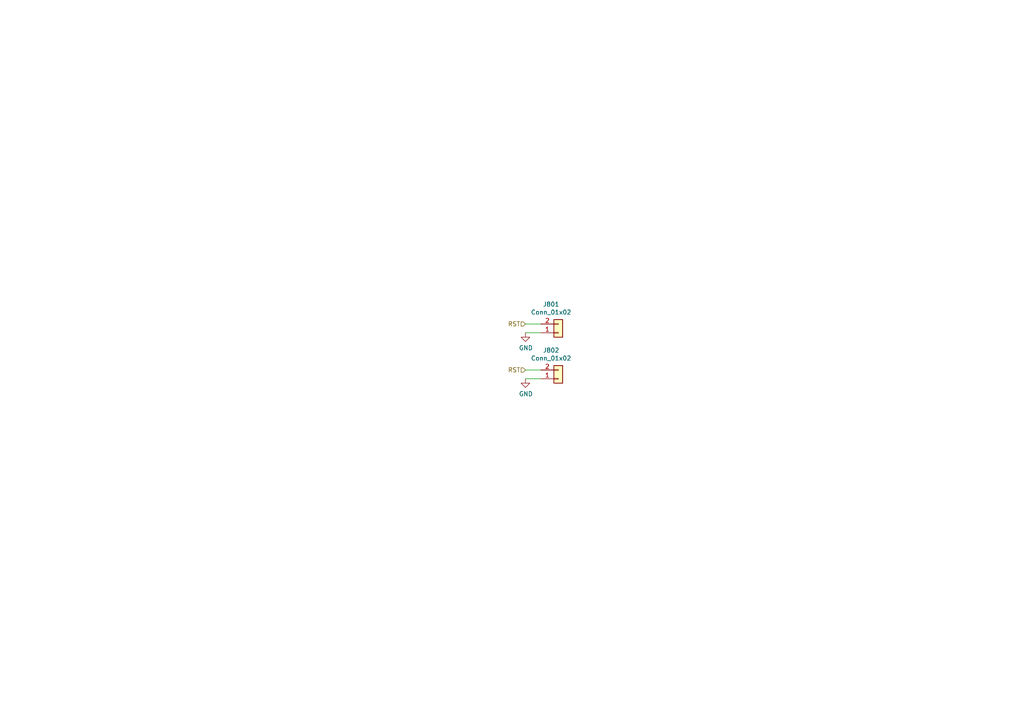
<source format=kicad_sch>
(kicad_sch (version 20211123) (generator eeschema)
  (paper "A4")
  (title_block (title "Connector Cube V2") (date "2021-12-21") (rev "V2.00A") (company "CubeDeb-F4DEB") (comment 1 "RESET"))
  (lib_symbols
    (symbol "Connector_Generic:Conn_01x02" (pin_names (offset 1.016) hide)
      (property "Reference" "J" (at 0 2.54 0))
      (property "Value" "Connector_Generic_Conn_01x02" (at 0 -5.08 0))
      (symbol "Conn_01x02_1_1"
        (rectangle (start -1.27 -2.413) (end 0 -2.667) (stroke (width 0.1524)))
        (rectangle (start -1.27 0.127) (end 0 -0.127) (stroke (width 0.1524)))
        (rectangle (start -1.27 1.27) (end 1.27 -3.81) (stroke (width 0.254)) (fill (type background)))
        (pin passive line (at -5.08 0 0) (length 3.81) (name "Pin_1") (number "1"))
        (pin passive line (at -5.08 -2.54 0) (length 3.81) (name "Pin_2") (number "2"))
      )
    )
    (symbol "power:GND" (power) (pin_names (offset 0))
      (property "Value" "power_GND" (at 0 -3.81 0))
      (symbol "GND_0_1"
        (polyline (pts (xy 0 0) (xy 0 -1.27) (xy 1.27 -1.27) (xy 0 -2.54) (xy -1.27 -1.27) (xy 0 -1.27)))
      )
      (symbol "GND_1_1"
        (pin power_in line (at 0 0 270) (length 0) hide (name "GND") (number "1"))
      )
    )
  )
  (wire (pts (xy 152.4 93.98) (xy 156.845 93.98)))
  (wire (pts (xy 152.4 107.315) (xy 156.845 107.315)))
  (wire (pts (xy 152.4 96.52) (xy 156.845 96.52)))
  (wire (pts (xy 152.4 109.855) (xy 156.845 109.855)))
  (hierarchical_label "RST" (shape input) (at 152.4 107.315 180))
  (hierarchical_label "RST" (shape input) (at 152.4 93.98 180))
  (symbol (lib_id "Connector_Generic:Conn_01x02") (at 161.925 96.52 0) (mirror x) (unit 1)
    (property "Reference" "J801" (at 159.8422 88.265 0))
    (property "Value" "Conn_01x02" (at 159.8422 90.5764 0))
    (property "Footprint" "Connector_JST:JST_GH_BM02B-GHS-TBT_1x02-1MP_P1.25mm_Vertical" (effects hide))
  )
  (symbol (lib_id "power:GND") (at 152.4 96.52 0) (unit 1)
    (property "Reference" "#PWR0225" (effects hide))
    (property "Value" "GND" (at 152.527 100.9142 0))
  )
  (symbol (lib_id "Connector_Generic:Conn_01x02") (at 161.925 109.855 0) (mirror x) (unit 1)
    (property "Reference" "J802" (at 159.8422 101.6 0))
    (property "Value" "Conn_01x02" (at 159.8422 103.9114 0))
    (property "Footprint" "Connector_JST:JST_GH_BM02B-GHS-TBT_1x02-1MP_P1.25mm_Vertical" (effects hide))
  )
  (symbol (lib_id "power:GND") (at 152.4 109.855 0) (unit 1)
    (property "Reference" "#PWR0226" (effects hide))
    (property "Value" "GND" (at 152.527 114.2492 0))
  )
)
</source>
